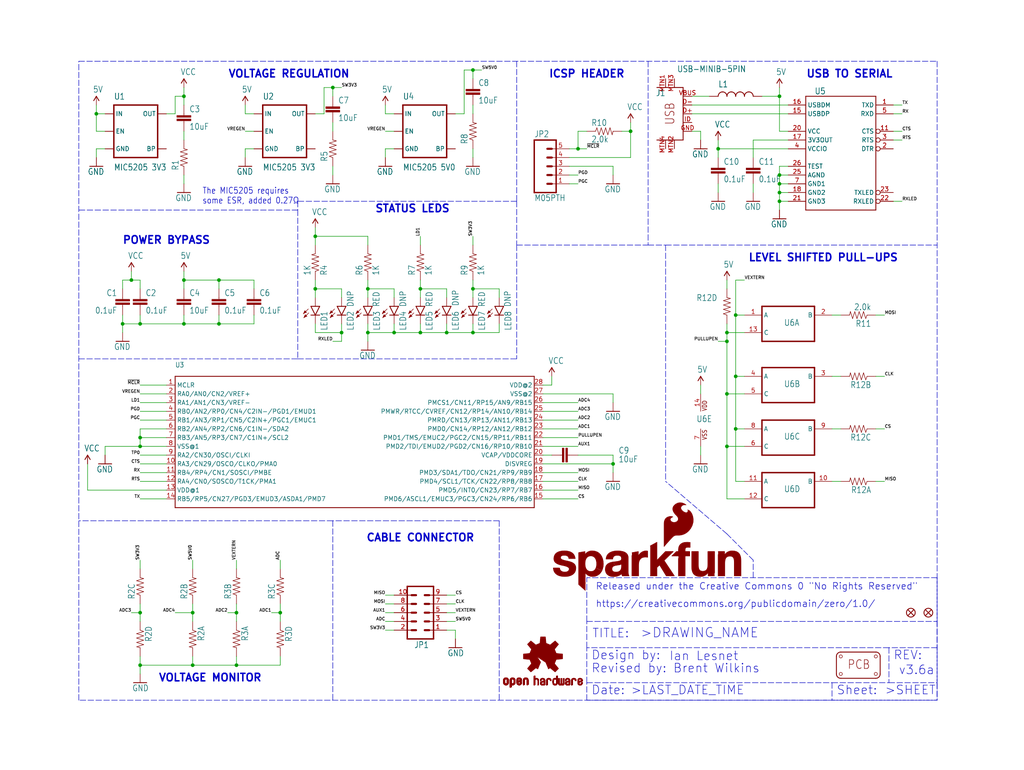
<source format=kicad_sch>
(kicad_sch (version 20211123) (generator eeschema)
  (paper "User" 297.002 223.52)
  (lib_symbols
    (symbol "eagleSchem-eagle-import:0.1UF-25V(+80{slash}-20%)(0603)"
      (property "Reference" "C" (at 1.524 2.921 0))
      (property "Value" "0.1UF-25V(+80{slash}-20%)(0603)" (at 1.524 -2.159 0))
      (symbol "0.1UF-25V(+80{slash}-20%)(0603)_1_0"
        (pin passive line (at 0 5.08 270) (length 2.54) (name "1") (number "1"))
        (pin passive line (at 0 -2.54 90) (length 2.54) (name "2") (number "2"))
      )
    )
    (symbol "eagleSchem-eagle-import:0OHM-1{slash}10W-5%(0603)"
      (property "Reference" "R" (at -3.81 1.4986 0))
      (property "Value" "0OHM-1{slash}10W-5%(0603)" (at -3.81 -3.302 0))
      (symbol "0OHM-1{slash}10W-5%(0603)_1_0"
        (pin passive line (at -5.08 0 0) (length 2.54) (name "1") (number "1"))
        (pin passive line (at 5.08 0 180) (length 2.54) (name "2") (number "2"))
      )
    )
    (symbol "eagleSchem-eagle-import:10UF10V10%(0805)"
      (property "Reference" "C" (at 1.524 2.921 0))
      (property "Value" "10UF10V10%(0805)" (at 1.524 -2.159 0))
      (symbol "10UF10V10%(0805)_1_0"
        (pin passive line (at 0 5.08 270) (length 2.54) (name "1") (number "1"))
        (pin passive line (at 0 -2.54 90) (length 2.54) (name "2") (number "2"))
      )
    )
    (symbol "eagleSchem-eagle-import:1KOHM-1{slash}10W-1%(0603)"
      (property "Reference" "R" (at -3.81 1.4986 0))
      (property "Value" "1KOHM-1{slash}10W-1%(0603)" (at -3.81 -3.302 0))
      (symbol "1KOHM-1{slash}10W-1%(0603)_1_0"
        (pin passive line (at -5.08 0 0) (length 2.54) (name "1") (number "1"))
        (pin passive line (at 5.08 0 180) (length 2.54) (name "2") (number "2"))
      )
    )
    (symbol "eagleSchem-eagle-import:2.0KOHM1{slash}10W5%(0603)"
      (property "Reference" "R" (at -3.81 1.4986 0))
      (property "Value" "2.0KOHM1{slash}10W5%(0603)" (at -3.81 -3.302 0))
      (symbol "2.0KOHM1{slash}10W5%(0603)_1_0"
        (pin passive line (at -5.08 0 0) (length 2.54) (name "1") (number "1"))
        (pin passive line (at 5.08 0 180) (length 2.54) (name "2") (number "2"))
      )
    )
    (symbol "eagleSchem-eagle-import:4066"
      (property "Reference" "IC" (at -1.27 -0.635 0))
      (symbol "4066_1_0"
        (pin tri_state line (at -12.7 2.54 0) (length 5.08) (name "A") (number "1"))
        (pin input line (at -12.7 -2.54 0) (length 5.08) (name "C") (number "13"))
        (pin tri_state line (at 12.7 2.54 180) (length 5.08) (name "B") (number "2"))
      )
      (symbol "4066_2_0"
        (pin tri_state line (at 12.7 2.54 180) (length 5.08) (name "B") (number "3"))
        (pin tri_state line (at -12.7 2.54 0) (length 5.08) (name "A") (number "4"))
        (pin input line (at -12.7 -2.54 0) (length 5.08) (name "C") (number "5"))
      )
      (symbol "4066_3_0"
        (pin input line (at -12.7 -2.54 0) (length 5.08) (name "C") (number "6"))
        (pin tri_state line (at -12.7 2.54 0) (length 5.08) (name "A") (number "8"))
        (pin tri_state line (at 12.7 2.54 180) (length 5.08) (name "B") (number "9"))
      )
      (symbol "4066_4_0"
        (pin tri_state line (at 12.7 2.54 180) (length 5.08) (name "B") (number "10"))
        (pin tri_state line (at -12.7 2.54 0) (length 5.08) (name "A") (number "11"))
        (pin input line (at -12.7 -2.54 0) (length 5.08) (name "C") (number "12"))
      )
      (symbol "4066_5_0"
        (text "VDD" (at 1.905 2.54 900) (effects (font (size 1.27 1.0795)) (justify left bottom)))
        (text "VSS" (at 1.905 -5.842 900) (effects (font (size 1.27 1.0795)) (justify left bottom)))
        (pin power_in line (at 0 7.62 270) (length 5.08) (name "VDD") (number "14"))
        (pin power_in line (at 0 -7.62 90) (length 5.08) (name "VSS") (number "7"))
      )
    )
    (symbol "eagleSchem-eagle-import:5V" (power)
      (property "Value" "5V" (at -1.016 3.556 0))
      (symbol "5V_1_0"
        (pin power_in line (at 0 0 90) (length 2.54) (name "5V") (number "1"))
      )
    )
    (symbol "eagleSchem-eagle-import:CAY16-F4"
      (property "Reference" "R" (at -3.81 1.4986 0))
      (property "Value" "CAY16-F4" (at -3.81 -3.302 0))
      (symbol "CAY16-F4_1_0"
        (pin passive line (at -5.08 0 0) (length 2.54) (name "1") (number "2"))
        (pin passive line (at 5.08 0 180) (length 2.54) (name "2") (number "7"))
      )
      (symbol "CAY16-F4_2_0"
        (pin passive line (at -5.08 0 0) (length 2.54) (name "1") (number "1"))
        (pin passive line (at 5.08 0 180) (length 2.54) (name "2") (number "8"))
      )
      (symbol "CAY16-F4_3_0"
        (pin passive line (at -5.08 0 0) (length 2.54) (name "1") (number "3"))
        (pin passive line (at 5.08 0 180) (length 2.54) (name "2") (number "6"))
      )
      (symbol "CAY16-F4_4_0"
        (pin passive line (at -5.08 0 0) (length 2.54) (name "1") (number "4"))
        (pin passive line (at 5.08 0 180) (length 2.54) (name "2") (number "5"))
      )
    )
    (symbol "eagleSchem-eagle-import:FIDUCIAL1X2")
    (symbol "eagleSchem-eagle-import:FT232RL-BASICSSOP"
      (property "Reference" "U" (at -7.62 15.748 0))
      (property "Value" "FT232RL-BASICSSOP" (at -7.62 -20.32 0))
      (symbol "FT232RL-BASICSSOP_1_0"
        (pin output line (at 15.24 12.7 180) (length 5.08) (name "TXD") (number "1"))
        (pin bidirectional inverted (at 15.24 5.08 180) (length 5.08) (name "CTS") (number "11"))
        (pin bidirectional line (at -15.24 10.16 0) (length 5.08) (name "USBDP") (number "15"))
        (pin bidirectional line (at -15.24 12.7 0) (length 5.08) (name "USBDM") (number "16"))
        (pin output line (at -15.24 2.54 0) (length 5.08) (name "3V3OUT") (number "17"))
        (pin power_in line (at -15.24 -12.7 0) (length 5.08) (name "GND2") (number "18"))
        (pin bidirectional inverted (at 15.24 0 180) (length 5.08) (name "DTR") (number "2"))
        (pin power_in line (at -15.24 5.08 0) (length 5.08) (name "VCC") (number "20"))
        (pin power_in line (at -15.24 -15.24 0) (length 5.08) (name "GND3") (number "21"))
        (pin bidirectional inverted (at 15.24 -15.24 180) (length 5.08) (name "RXLED") (number "22"))
        (pin bidirectional inverted (at 15.24 -12.7 180) (length 5.08) (name "TXLED") (number "23"))
        (pin power_in line (at -15.24 -7.62 0) (length 5.08) (name "AGND") (number "25"))
        (pin input line (at -15.24 -5.08 0) (length 5.08) (name "TEST") (number "26"))
        (pin bidirectional inverted (at 15.24 2.54 180) (length 5.08) (name "RTS") (number "3"))
        (pin power_in line (at -15.24 0 0) (length 5.08) (name "VCCIO") (number "4"))
        (pin input line (at 15.24 10.16 180) (length 5.08) (name "RXD") (number "5"))
        (pin power_in line (at -15.24 -10.16 0) (length 5.08) (name "GND1") (number "7"))
      )
    )
    (symbol "eagleSchem-eagle-import:GND" (power)
      (property "Value" "GND" (at -2.54 -2.54 0))
      (symbol "GND_1_0"
        (pin power_in line (at 0 2.54 270) (length 2.54) (name "GND") (number "1"))
      )
    )
    (symbol "eagleSchem-eagle-import:INDUCTOR0603"
      (property "Reference" "L" (at 2.54 5.08 0))
      (property "Value" "INDUCTOR0603" (at 2.54 -5.08 0))
      (symbol "INDUCTOR0603_1_0"
        (pin passive line (at 0 7.62 270) (length 2.54) (name "1") (number "1"))
        (pin passive line (at 0 -7.62 90) (length 2.54) (name "2") (number "2"))
      )
    )
    (symbol "eagleSchem-eagle-import:LED-RED0603"
      (property "Reference" "D" (at 3.556 -4.572 90))
      (property "Value" "LED-RED0603" (at 5.715 -4.572 90))
      (symbol "LED-RED0603_1_0"
        (pin passive line (at 0 2.54 270) (length 2.54) (name "A") (number "A"))
        (pin passive line (at 0 -5.08 90) (length 2.54) (name "C") (number "C"))
      )
    )
    (symbol "eagleSchem-eagle-import:M05PTH"
      (property "Reference" "JP" (at -2.54 8.382 0))
      (property "Value" "M05PTH" (at -2.54 -10.16 0))
      (symbol "M05PTH_1_0"
        (pin passive line (at 7.62 -5.08 180) (length 5.08) (name "1") (number "1"))
        (pin passive line (at 7.62 -2.54 180) (length 5.08) (name "2") (number "2"))
        (pin passive line (at 7.62 0 180) (length 5.08) (name "3") (number "3"))
        (pin passive line (at 7.62 2.54 180) (length 5.08) (name "4") (number "4"))
        (pin passive line (at 7.62 5.08 180) (length 5.08) (name "5") (number "5"))
      )
    )
    (symbol "eagleSchem-eagle-import:M05X2SHD_SMD"
      (property "Reference" "JP" (at -2.54 8.382 0))
      (property "Value" "M05X2SHD_SMD" (at -2.54 -10.16 0))
      (symbol "M05X2SHD_SMD_1_0"
        (pin passive line (at -7.62 5.08 0) (length 5.08) (name "1") (number "1"))
        (pin passive line (at 7.62 -5.08 180) (length 5.08) (name "10") (number "10"))
        (pin passive line (at 7.62 5.08 180) (length 5.08) (name "2") (number "2"))
        (pin passive line (at -7.62 2.54 0) (length 5.08) (name "3") (number "3"))
        (pin passive line (at 7.62 2.54 180) (length 5.08) (name "4") (number "4"))
        (pin passive line (at -7.62 0 0) (length 5.08) (name "5") (number "5"))
        (pin passive line (at 7.62 0 180) (length 5.08) (name "6") (number "6"))
        (pin passive line (at -7.62 -2.54 0) (length 5.08) (name "7") (number "7"))
        (pin passive line (at 7.62 -2.54 180) (length 5.08) (name "8") (number "8"))
        (pin passive line (at -7.62 -5.08 0) (length 5.08) (name "9") (number "9"))
      )
    )
    (symbol "eagleSchem-eagle-import:MIC52053.3V"
      (property "Reference" "U" (at -7.62 9.144 0))
      (property "Value" "MIC52053.3V" (at -7.62 -11.43 0))
      (symbol "MIC52053.3V_1_0"
        (pin input line (at -10.16 5.08 0) (length 2.54) (name "IN") (number "1"))
        (pin input line (at -10.16 -5.08 0) (length 2.54) (name "GND") (number "2"))
        (pin input line (at -10.16 0 0) (length 2.54) (name "EN") (number "3"))
        (pin input line (at 7.62 -5.08 180) (length 2.54) (name "BP") (number "4"))
        (pin passive line (at 7.62 5.08 180) (length 2.54) (name "OUT") (number "5"))
      )
    )
    (symbol "eagleSchem-eagle-import:MIC52055V"
      (property "Reference" "U" (at -7.62 9.144 0))
      (property "Value" "MIC52055V" (at -7.62 -11.43 0))
      (symbol "MIC52055V_1_0"
        (pin input line (at -10.16 5.08 0) (length 2.54) (name "IN") (number "1"))
        (pin input line (at -10.16 -5.08 0) (length 2.54) (name "GND") (number "2"))
        (pin input line (at -10.16 0 0) (length 2.54) (name "EN") (number "3"))
        (pin input line (at 7.62 -5.08 180) (length 2.54) (name "BP") (number "4"))
        (pin passive line (at 7.62 5.08 180) (length 2.54) (name "OUT") (number "5"))
      )
    )
    (symbol "eagleSchem-eagle-import:OSHW-LOGOL")
    (symbol "eagleSchem-eagle-import:PCB_DP_RECTANGLE-37X60"
      (symbol "PCB_DP_RECTANGLE-37X60_1_0"
        (text "PCB" (at -3.175 -1.27 0) (effects (font (size 2.54 2.159)) (justify left bottom)))
      )
    )
    (symbol "eagleSchem-eagle-import:PIC24FJ64GA002"
      (property "Reference" "U" (at -50.8 20.32 0))
      (property "Value" "PIC24FJ64GA002" (at -50.8 -22.86 0))
      (symbol "PIC24FJ64GA002_1_0"
        (pin input line (at -53.34 15.24 0) (length 2.54) (name "MCLR") (number "1"))
        (pin bidirectional line (at -53.34 -7.62 0) (length 2.54) (name "RA3/CN29/OSCO/CLKO/PMA0") (number "10"))
        (pin bidirectional line (at -53.34 -10.16 0) (length 2.54) (name "RB4/RP4/CN1/SOSCI/PMBE") (number "11"))
        (pin bidirectional line (at -53.34 -12.7 0) (length 2.54) (name "RA4/CN0/SOSCO/T1CK/PMA1") (number "12"))
        (pin power_in line (at -53.34 -15.24 0) (length 2.54) (name "VDD@1") (number "13"))
        (pin bidirectional line (at -53.34 -17.78 0) (length 2.54) (name "RB5/RP5/CN27/PGD3/EMUD3/ASDA1/PMD7") (number "14"))
        (pin bidirectional line (at 55.88 -17.78 180) (length 2.54) (name "PMD6/ASCL1/EMUC3/PGC3/CN24/RP6/RB6") (number "15"))
        (pin bidirectional line (at 55.88 -15.24 180) (length 2.54) (name "PMD5/INT0/CN23/RP7/RB7") (number "16"))
        (pin bidirectional line (at 55.88 -12.7 180) (length 2.54) (name "PMD4/SCL1/TCK/CN22/RP8/RB8") (number "17"))
        (pin bidirectional line (at 55.88 -10.16 180) (length 2.54) (name "PMD3/SDA1/TDO/CN21/RP9/RB9") (number "18"))
        (pin power_in line (at 55.88 -7.62 180) (length 2.54) (name "DISVREG") (number "19"))
        (pin bidirectional line (at -53.34 12.7 0) (length 2.54) (name "RA0/AN0/CN2/VREF+") (number "2"))
        (pin power_in line (at 55.88 -5.08 180) (length 2.54) (name "VCAP/VDDCORE") (number "20"))
        (pin bidirectional line (at 55.88 -2.54 180) (length 2.54) (name "PMD2/TDI/EMUD2/PGD2/CN16/RP10/RB10") (number "21"))
        (pin bidirectional line (at 55.88 0 180) (length 2.54) (name "PMD1/TMS/EMUC2/PGC2/CN15/RP11/RB11") (number "22"))
        (pin bidirectional line (at 55.88 2.54 180) (length 2.54) (name "PMD0/CN14/RP12/AN12/RB12") (number "23"))
        (pin bidirectional line (at 55.88 5.08 180) (length 2.54) (name "PMRD/CN13/RP13/AN11/RB13") (number "24"))
        (pin bidirectional line (at 55.88 7.62 180) (length 2.54) (name "PMWR/RTCC/CVREF/CN12/RP14/AN10/RB14") (number "25"))
        (pin bidirectional line (at 55.88 10.16 180) (length 2.54) (name "PMCS1/CN11/RP15/AN9/RB15") (number "26"))
        (pin power_in line (at 55.88 12.7 180) (length 2.54) (name "VSS@2") (number "27"))
        (pin power_in line (at 55.88 15.24 180) (length 2.54) (name "VDD@2") (number "28"))
        (pin bidirectional line (at -53.34 10.16 0) (length 2.54) (name "RA1/AN1/CN3/VREF-") (number "3"))
        (pin bidirectional line (at -53.34 7.62 0) (length 2.54) (name "RB0/AN2/RP0/CN4/C2IN-/PGD1/EMUD1") (number "4"))
        (pin bidirectional line (at -53.34 5.08 0) (length 2.54) (name "RB1/AN3/RP1/CN5/C2IN+/PGC1/EMUC1") (number "5"))
        (pin bidirectional line (at -53.34 2.54 0) (length 2.54) (name "RB2/AN4/RP2/CN6/C1IN-/SDA2") (number "6"))
        (pin bidirectional line (at -53.34 0 0) (length 2.54) (name "RB3/AN5/RP3/CN7/C1IN+/SCL2") (number "7"))
        (pin power_in line (at -53.34 -2.54 0) (length 2.54) (name "VSS@1") (number "8"))
        (pin bidirectional line (at -53.34 -5.08 0) (length 2.54) (name "RA2/CN30/OSCI/CLKI") (number "9"))
      )
    )
    (symbol "eagleSchem-eagle-import:SFE_LOGO_NAME_FLAME.1_INCH")
    (symbol "eagleSchem-eagle-import:USB-MINIB-5PIN"
      (property "Reference" "J" (at 7.62 10.16 0))
      (property "Value" "USB-MINIB-5PIN" (at 7.62 0 0))
      (symbol "USB-MINIB-5PIN_1_0"
        (text "USB" (at 5.334 1.778 900) (effects (font (size 2.54 2.159)) (justify left bottom)))
        (pin bidirectional line (at -2.54 5.08 0) (length 2.54) (name "D+") (number "D+"))
        (pin bidirectional line (at -2.54 7.62 0) (length 2.54) (name "D-") (number "D-"))
        (pin bidirectional line (at -2.54 0 0) (length 2.54) (name "GND") (number "GND"))
        (pin bidirectional line (at -2.54 2.54 0) (length 2.54) (name "ID") (number "ID"))
        (pin bidirectional line (at 5.08 15.24 270) (length 2.54) (name "MTN2") (number "MTN1"))
        (pin bidirectional line (at 2.54 -5.08 90) (length 2.54) (name "MTN3") (number "MTN2"))
        (pin bidirectional line (at 2.54 15.24 270) (length 2.54) (name "MTN1") (number "MTN3"))
        (pin bidirectional line (at 5.08 -5.08 90) (length 2.54) (name "MTN4") (number "MTN4"))
        (pin bidirectional line (at -2.54 10.16 0) (length 2.54) (name "VBUS") (number "VBUS"))
      )
    )
    (symbol "eagleSchem-eagle-import:VCC" (power)
      (property "Value" "VCC" (at -1.016 3.556 0))
      (symbol "VCC_1_0"
        (pin power_in line (at 0 0 90) (length 2.54) (name "VCC") (number "1"))
      )
    )
  )
  (junction (at 55.88 193.04))
  (junction (at 91.44 83.82))
  (junction (at 177.8 134.62))
  (junction (at 121.92 96.52))
  (junction (at 114.3 96.52))
  (junction (at 35.56 93.98))
  (junction (at 121.92 83.82))
  (junction (at 106.68 96.52))
  (junction (at 129.54 96.52))
  (junction (at 40.64 93.98))
  (junction (at 182.88 38.1))
  (junction (at 210.82 114.3))
  (junction (at 27.94 33.02))
  (junction (at 213.36 124.46))
  (junction (at 213.36 91.44))
  (junction (at 81.28 177.8))
  (junction (at 106.68 83.82))
  (junction (at 226.06 27.94))
  (junction (at 226.06 53.34))
  (junction (at 213.36 109.22))
  (junction (at 226.06 55.88))
  (junction (at 99.06 96.52))
  (junction (at 53.34 27.94))
  (junction (at 210.82 99.06))
  (junction (at 226.06 58.42))
  (junction (at 210.82 96.52))
  (junction (at 210.82 129.54))
  (junction (at 53.34 93.98))
  (junction (at 40.64 177.8))
  (junction (at 208.28 43.18))
  (junction (at 40.64 129.54))
  (junction (at 137.16 96.52))
  (junction (at 40.64 127))
  (junction (at 38.1 81.28))
  (junction (at 40.64 193.04))
  (junction (at 91.44 68.58))
  (junction (at 63.5 93.98))
  (junction (at 167.64 43.18))
  (junction (at 68.58 193.04))
  (junction (at 68.58 177.8))
  (junction (at 63.5 81.28))
  (junction (at 53.34 81.28))
  (junction (at 137.16 83.82))
  (junction (at 55.88 177.8))
  (junction (at 137.16 20.32))
  (junction (at 226.06 50.8))
  (junction (at 96.52 25.4))
  (polyline (pts (xy 271.78 167.64) (xy 271.78 180.34)))
  (wire (pts (xy 91.44 96.52) (xy 99.06 96.52)))
  (wire (pts (xy 91.44 83.82) (xy 91.44 86.36)))
  (wire (pts (xy 35.56 83.82) (xy 35.56 81.28)))
  (wire (pts (xy 170.18 43.18) (xy 167.64 43.18)))
  (wire (pts (xy 170.18 38.1) (xy 167.64 38.1)))
  (wire (pts (xy 30.48 129.54) (xy 30.48 132.08)))
  (wire (pts (xy 68.58 193.04) (xy 81.28 193.04)))
  (wire (pts (xy 182.88 38.1) (xy 182.88 45.72)))
  (wire (pts (xy 99.06 99.06) (xy 96.52 99.06)))
  (wire (pts (xy 114.3 86.36) (xy 114.3 83.82)))
  (wire (pts (xy 144.78 83.82) (xy 144.78 86.36)))
  (wire (pts (xy 106.68 96.52) (xy 114.3 96.52)))
  (wire (pts (xy 218.44 40.64) (xy 218.44 45.72)))
  (wire (pts (xy 177.8 134.62) (xy 157.48 134.62)))
  (polyline (pts (xy 241.3 198.12) (xy 241.3 203.2)))
  (wire (pts (xy 48.26 111.76) (xy 40.64 111.76)))
  (wire (pts (xy 226.06 53.34) (xy 226.06 55.88)))
  (wire (pts (xy 210.82 99.06) (xy 210.82 114.3)))
  (wire (pts (xy 81.28 177.8) (xy 78.74 177.8)))
  (polyline (pts (xy 86.36 60.96) (xy 86.36 104.14)))
  (wire (pts (xy 121.92 86.36) (xy 121.92 83.82)))
  (polyline (pts (xy 144.78 151.13) (xy 96.52 151.13)))
  (polyline (pts (xy 210.82 154.94) (xy 193.04 139.7)))
  (polyline (pts (xy 144.78 151.13) (xy 144.78 203.2)))
  (wire (pts (xy 132.08 172.72) (xy 129.54 172.72)))
  (polyline (pts (xy 170.18 203.2) (xy 170.18 198.12)))
  (wire (pts (xy 210.82 99.06) (xy 208.28 99.06)))
  (polyline (pts (xy 170.18 187.96) (xy 170.18 180.34)))
  (wire (pts (xy 218.44 40.64) (xy 228.6 40.64)))
  (wire (pts (xy 53.34 40.64) (xy 53.34 38.1)))
  (wire (pts (xy 63.5 93.98) (xy 73.66 93.98)))
  (wire (pts (xy 40.64 93.98) (xy 40.64 91.44)))
  (wire (pts (xy 137.16 20.32) (xy 139.7 20.32)))
  (wire (pts (xy 63.5 93.98) (xy 63.5 91.44)))
  (wire (pts (xy 53.34 81.28) (xy 63.5 81.28)))
  (polyline (pts (xy 149.86 71.12) (xy 149.86 104.14)))
  (polyline (pts (xy 187.96 17.78) (xy 187.96 71.12)))
  (wire (pts (xy 210.82 114.3) (xy 215.9 114.3)))
  (wire (pts (xy 210.82 96.52) (xy 210.82 99.06)))
  (wire (pts (xy 259.08 30.48) (xy 261.62 30.48)))
  (wire (pts (xy 96.52 50.8) (xy 96.52 48.26)))
  (wire (pts (xy 129.54 83.82) (xy 121.92 83.82)))
  (wire (pts (xy 40.64 127) (xy 40.64 129.54)))
  (wire (pts (xy 129.54 83.82) (xy 129.54 86.36)))
  (wire (pts (xy 40.64 124.46) (xy 40.64 127)))
  (wire (pts (xy 203.2 111.76) (xy 203.2 114.3)))
  (polyline (pts (xy 86.36 104.14) (xy 149.86 104.14)))
  (polyline (pts (xy 22.86 203.2) (xy 22.86 17.78)))
  (polyline (pts (xy 86.36 58.42) (xy 86.36 60.96)))
  (wire (pts (xy 157.48 144.78) (xy 167.64 144.78)))
  (wire (pts (xy 132.08 182.88) (xy 129.54 182.88)))
  (wire (pts (xy 48.26 127) (xy 40.64 127)))
  (wire (pts (xy 81.28 177.8) (xy 81.28 180.34)))
  (wire (pts (xy 210.82 81.28) (xy 210.82 83.82)))
  (wire (pts (xy 215.9 91.44) (xy 213.36 91.44)))
  (wire (pts (xy 243.84 124.46) (xy 241.3 124.46)))
  (wire (pts (xy 93.98 25.4) (xy 96.52 25.4)))
  (wire (pts (xy 254 139.7) (xy 256.54 139.7)))
  (polyline (pts (xy 86.36 60.96) (xy 22.86 60.96)))
  (polyline (pts (xy 149.86 17.78) (xy 149.86 58.42)))
  (wire (pts (xy 55.88 177.8) (xy 55.88 180.34)))
  (wire (pts (xy 165.1 53.34) (xy 167.64 53.34)))
  (wire (pts (xy 213.36 81.28) (xy 215.9 81.28)))
  (wire (pts (xy 157.48 127) (xy 167.64 127)))
  (wire (pts (xy 27.94 33.02) (xy 30.48 33.02)))
  (polyline (pts (xy 193.04 71.12) (xy 271.78 71.12)))
  (wire (pts (xy 157.48 137.16) (xy 167.64 137.16)))
  (wire (pts (xy 114.3 180.34) (xy 111.76 180.34)))
  (polyline (pts (xy 241.3 203.2) (xy 271.78 203.2)))
  (polyline (pts (xy 170.18 180.34) (xy 170.18 167.64)))
  (wire (pts (xy 55.88 165.1) (xy 55.88 162.56)))
  (wire (pts (xy 177.8 114.3) (xy 157.48 114.3)))
  (wire (pts (xy 106.68 96.52) (xy 106.68 93.98)))
  (wire (pts (xy 243.84 139.7) (xy 241.3 139.7)))
  (wire (pts (xy 91.44 81.28) (xy 91.44 83.82)))
  (wire (pts (xy 200.66 30.48) (xy 228.6 30.48)))
  (wire (pts (xy 40.64 175.26) (xy 40.64 177.8)))
  (polyline (pts (xy 170.18 198.12) (xy 241.3 198.12)))
  (wire (pts (xy 213.36 109.22) (xy 213.36 124.46)))
  (wire (pts (xy 213.36 91.44) (xy 213.36 81.28)))
  (wire (pts (xy 27.94 38.1) (xy 30.48 38.1)))
  (wire (pts (xy 68.58 165.1) (xy 68.58 162.56)))
  (wire (pts (xy 180.34 38.1) (xy 182.88 38.1)))
  (wire (pts (xy 167.64 43.18) (xy 165.1 43.18)))
  (wire (pts (xy 114.3 175.26) (xy 111.76 175.26)))
  (wire (pts (xy 81.28 165.1) (xy 81.28 162.56)))
  (wire (pts (xy 71.12 43.18) (xy 73.66 43.18)))
  (wire (pts (xy 259.08 33.02) (xy 261.62 33.02)))
  (wire (pts (xy 48.26 119.38) (xy 40.64 119.38)))
  (polyline (pts (xy 170.18 180.34) (xy 271.78 180.34)))
  (wire (pts (xy 91.44 66.04) (xy 91.44 68.58)))
  (polyline (pts (xy 193.04 71.12) (xy 193.04 139.7)))
  (wire (pts (xy 50.8 33.02) (xy 50.8 27.94)))
  (wire (pts (xy 40.64 193.04) (xy 55.88 193.04)))
  (wire (pts (xy 91.44 68.58) (xy 106.68 68.58)))
  (wire (pts (xy 55.88 193.04) (xy 68.58 193.04)))
  (wire (pts (xy 210.82 93.98) (xy 210.82 96.52)))
  (wire (pts (xy 134.62 20.32) (xy 137.16 20.32)))
  (wire (pts (xy 228.6 48.26) (xy 226.06 48.26)))
  (wire (pts (xy 243.84 109.22) (xy 241.3 109.22)))
  (wire (pts (xy 226.06 55.88) (xy 226.06 58.42)))
  (wire (pts (xy 182.88 35.56) (xy 182.88 38.1)))
  (wire (pts (xy 38.1 81.28) (xy 40.64 81.28)))
  (wire (pts (xy 157.48 116.84) (xy 167.64 116.84)))
  (wire (pts (xy 73.66 93.98) (xy 73.66 91.44)))
  (wire (pts (xy 48.26 139.7) (xy 40.64 139.7)))
  (wire (pts (xy 50.8 27.94) (xy 53.34 27.94)))
  (wire (pts (xy 40.64 177.8) (xy 38.1 177.8)))
  (wire (pts (xy 121.92 71.12) (xy 121.92 68.58)))
  (wire (pts (xy 96.52 27.94) (xy 96.52 25.4)))
  (wire (pts (xy 91.44 83.82) (xy 99.06 83.82)))
  (wire (pts (xy 157.48 124.46) (xy 167.64 124.46)))
  (wire (pts (xy 68.58 175.26) (xy 68.58 177.8)))
  (wire (pts (xy 106.68 99.06) (xy 106.68 96.52)))
  (wire (pts (xy 48.26 121.92) (xy 40.64 121.92)))
  (wire (pts (xy 73.66 81.28) (xy 73.66 83.82)))
  (wire (pts (xy 73.66 38.1) (xy 71.12 38.1)))
  (wire (pts (xy 254 124.46) (xy 256.54 124.46)))
  (wire (pts (xy 68.58 177.8) (xy 68.58 180.34)))
  (polyline (pts (xy 210.82 154.94) (xy 218.44 162.56)))
  (wire (pts (xy 243.84 91.44) (xy 241.3 91.44)))
  (wire (pts (xy 111.76 33.02) (xy 114.3 33.02)))
  (wire (pts (xy 134.62 33.02) (xy 134.62 20.32)))
  (wire (pts (xy 121.92 96.52) (xy 114.3 96.52)))
  (wire (pts (xy 55.88 175.26) (xy 55.88 177.8)))
  (wire (pts (xy 27.94 33.02) (xy 27.94 38.1)))
  (wire (pts (xy 215.9 109.22) (xy 213.36 109.22)))
  (wire (pts (xy 99.06 83.82) (xy 99.06 86.36)))
  (wire (pts (xy 48.26 132.08) (xy 40.64 132.08)))
  (wire (pts (xy 53.34 53.34) (xy 53.34 50.8)))
  (wire (pts (xy 35.56 81.28) (xy 38.1 81.28)))
  (wire (pts (xy 48.26 144.78) (xy 40.64 144.78)))
  (wire (pts (xy 111.76 43.18) (xy 114.3 43.18)))
  (wire (pts (xy 157.48 142.24) (xy 167.64 142.24)))
  (wire (pts (xy 25.4 142.24) (xy 48.26 142.24)))
  (wire (pts (xy 259.08 58.42) (xy 261.62 58.42)))
  (wire (pts (xy 99.06 96.52) (xy 99.06 99.06)))
  (wire (pts (xy 137.16 30.48) (xy 137.16 33.02)))
  (wire (pts (xy 48.26 129.54) (xy 40.64 129.54)))
  (polyline (pts (xy 96.52 151.13) (xy 22.86 151.13)))
  (polyline (pts (xy 271.78 198.12) (xy 271.78 203.2)))
  (wire (pts (xy 40.64 81.28) (xy 40.64 83.82)))
  (wire (pts (xy 215.9 139.7) (xy 213.36 139.7)))
  (wire (pts (xy 91.44 33.02) (xy 93.98 33.02)))
  (wire (pts (xy 218.44 55.88) (xy 218.44 53.34)))
  (wire (pts (xy 132.08 177.8) (xy 129.54 177.8)))
  (wire (pts (xy 25.4 134.62) (xy 25.4 142.24)))
  (polyline (pts (xy 257.81 187.96) (xy 170.18 187.96)))
  (wire (pts (xy 40.64 193.04) (xy 40.64 190.5)))
  (polyline (pts (xy 96.52 151.13) (xy 96.52 203.2)))
  (wire (pts (xy 114.3 172.72) (xy 111.76 172.72)))
  (wire (pts (xy 81.28 175.26) (xy 81.28 177.8)))
  (wire (pts (xy 99.06 25.4) (xy 96.52 25.4)))
  (wire (pts (xy 226.06 50.8) (xy 226.06 53.34)))
  (wire (pts (xy 121.92 93.98) (xy 121.92 96.52)))
  (wire (pts (xy 40.64 129.54) (xy 30.48 129.54)))
  (polyline (pts (xy 170.18 198.12) (xy 170.18 187.96)))
  (wire (pts (xy 48.26 114.3) (xy 40.64 114.3)))
  (wire (pts (xy 132.08 175.26) (xy 129.54 175.26)))
  (wire (pts (xy 111.76 45.72) (xy 111.76 43.18)))
  (wire (pts (xy 129.54 96.52) (xy 129.54 93.98)))
  (wire (pts (xy 137.16 43.18) (xy 137.16 45.72)))
  (wire (pts (xy 259.08 40.64) (xy 261.62 40.64)))
  (wire (pts (xy 213.36 124.46) (xy 215.9 124.46)))
  (wire (pts (xy 106.68 68.58) (xy 106.68 71.12)))
  (polyline (pts (xy 241.3 198.12) (xy 257.81 198.12)))
  (polyline (pts (xy 22.86 17.78) (xy 271.78 17.78)))
  (wire (pts (xy 228.6 58.42) (xy 226.06 58.42)))
  (wire (pts (xy 91.44 93.98) (xy 91.44 96.52)))
  (wire (pts (xy 48.26 134.62) (xy 40.64 134.62)))
  (wire (pts (xy 111.76 30.48) (xy 111.76 33.02)))
  (wire (pts (xy 48.26 116.84) (xy 40.64 116.84)))
  (wire (pts (xy 157.48 129.54) (xy 167.64 129.54)))
  (polyline (pts (xy 257.81 198.12) (xy 271.78 198.12)))
  (wire (pts (xy 99.06 96.52) (xy 99.06 93.98)))
  (polyline (pts (xy 187.96 71.12) (xy 193.04 71.12)))
  (polyline (pts (xy 149.86 58.42) (xy 149.86 71.12)))
  (wire (pts (xy 53.34 83.82) (xy 53.34 81.28)))
  (wire (pts (xy 63.5 81.28) (xy 63.5 83.82)))
  (polyline (pts (xy 22.86 104.14) (xy 86.36 104.14)))
  (wire (pts (xy 177.8 50.8) (xy 177.8 48.26)))
  (wire (pts (xy 228.6 55.88) (xy 226.06 55.88)))
  (wire (pts (xy 68.58 193.04) (xy 68.58 190.5)))
  (wire (pts (xy 177.8 116.84) (xy 177.8 114.3)))
  (wire (pts (xy 132.08 180.34) (xy 129.54 180.34)))
  (wire (pts (xy 208.28 43.18) (xy 228.6 43.18)))
  (polyline (pts (xy 271.78 187.96) (xy 257.81 187.96)))
  (wire (pts (xy 53.34 27.94) (xy 53.34 30.48)))
  (wire (pts (xy 165.1 48.26) (xy 177.8 48.26)))
  (wire (pts (xy 55.88 193.04) (xy 55.88 190.5)))
  (wire (pts (xy 27.94 30.48) (xy 27.94 33.02)))
  (wire (pts (xy 93.98 33.02) (xy 93.98 25.4)))
  (wire (pts (xy 226.06 60.96) (xy 226.06 58.42)))
  (wire (pts (xy 27.94 43.18) (xy 30.48 43.18)))
  (wire (pts (xy 121.92 96.52) (xy 129.54 96.52)))
  (wire (pts (xy 254 91.44) (xy 256.54 91.44)))
  (wire (pts (xy 132.08 33.02) (xy 134.62 33.02)))
  (wire (pts (xy 182.88 45.72) (xy 165.1 45.72)))
  (wire (pts (xy 40.64 177.8) (xy 40.64 180.34)))
  (wire (pts (xy 55.88 177.8) (xy 50.8 177.8)))
  (polyline (pts (xy 149.86 71.12) (xy 187.96 71.12)))
  (polyline (pts (xy 271.78 17.78) (xy 271.78 203.2)))
  (wire (pts (xy 177.8 132.08) (xy 177.8 134.62)))
  (wire (pts (xy 208.28 40.64) (xy 208.28 43.18)))
  (wire (pts (xy 160.02 132.08) (xy 157.48 132.08)))
  (wire (pts (xy 114.3 93.98) (xy 114.3 96.52)))
  (wire (pts (xy 177.8 137.16) (xy 177.8 134.62)))
  (wire (pts (xy 121.92 83.82) (xy 121.92 81.28)))
  (wire (pts (xy 137.16 96.52) (xy 144.78 96.52)))
  (wire (pts (xy 63.5 81.28) (xy 73.66 81.28)))
  (wire (pts (xy 114.3 83.82) (xy 106.68 83.82)))
  (wire (pts (xy 226.06 48.26) (xy 226.06 50.8)))
  (wire (pts (xy 132.08 182.88) (xy 132.08 185.42)))
  (wire (pts (xy 157.48 121.92) (xy 167.64 121.92)))
  (wire (pts (xy 226.06 25.4) (xy 226.06 27.94)))
  (wire (pts (xy 254 109.22) (xy 256.54 109.22)))
  (wire (pts (xy 40.64 93.98) (xy 53.34 93.98)))
  (wire (pts (xy 35.56 93.98) (xy 35.56 96.52)))
  (wire (pts (xy 228.6 50.8) (xy 226.06 50.8)))
  (wire (pts (xy 114.3 182.88) (xy 111.76 182.88)))
  (polyline (pts (xy 218.44 167.64) (xy 218.44 162.56)))
  (wire (pts (xy 210.82 144.78) (xy 210.82 129.54)))
  (wire (pts (xy 165.1 50.8) (xy 167.64 50.8)))
  (wire (pts (xy 144.78 96.52) (xy 144.78 93.98)))
  (wire (pts (xy 228.6 53.34) (xy 226.06 53.34)))
  (wire (pts (xy 137.16 96.52) (xy 137.16 93.98)))
  (wire (pts (xy 48.26 137.16) (xy 40.64 137.16)))
  (wire (pts (xy 167.64 38.1) (xy 167.64 43.18)))
  (wire (pts (xy 160.02 111.76) (xy 157.48 111.76)))
  (wire (pts (xy 167.64 132.08) (xy 177.8 132.08)))
  (wire (pts (xy 35.56 93.98) (xy 40.64 93.98)))
  (wire (pts (xy 27.94 45.72) (xy 27.94 43.18)))
  (wire (pts (xy 208.28 53.34) (xy 208.28 55.88)))
  (wire (pts (xy 71.12 30.48) (xy 71.12 33.02)))
  (wire (pts (xy 53.34 93.98) (xy 53.34 91.44)))
  (polyline (pts (xy 271.78 180.34) (xy 271.78 187.96)))
  (wire (pts (xy 38.1 78.74) (xy 38.1 81.28)))
  (wire (pts (xy 106.68 83.82) (xy 106.68 86.36)))
  (wire (pts (xy 40.64 195.58) (xy 40.64 193.04)))
  (wire (pts (xy 215.9 144.78) (xy 210.82 144.78)))
  (wire (pts (xy 68.58 177.8) (xy 66.04 177.8)))
  (wire (pts (xy 137.16 83.82) (xy 137.16 81.28)))
  (wire (pts (xy 205.74 27.94) (xy 200.66 27.94)))
  (polyline (pts (xy 271.78 187.96) (xy 271.78 198.12)))
  (polyline (pts (xy 149.86 58.42) (xy 86.36 58.42)))
  (wire (pts (xy 35.56 91.44) (xy 35.56 93.98)))
  (wire (pts (xy 114.3 38.1) (xy 111.76 38.1)))
  (polyline (pts (xy 257.81 187.96) (xy 257.81 198.12)))
  (polyline (pts (xy 271.78 167.64) (xy 170.18 167.64)))
  (wire (pts (xy 53.34 93.98) (xy 63.5 93.98)))
  (wire (pts (xy 259.08 38.1) (xy 261.62 38.1)))
  (wire (pts (xy 203.2 38.1) (xy 203.2 40.64)))
  (wire (pts (xy 213.36 91.44) (xy 213.36 109.22)))
  (wire (pts (xy 137.16 83.82) (xy 144.78 83.82)))
  (wire (pts (xy 213.36 139.7) (xy 213.36 124.46)))
  (wire (pts (xy 71.12 33.02) (xy 73.66 33.02)))
  (wire (pts (xy 226.06 38.1) (xy 228.6 38.1)))
  (wire (pts (xy 160.02 109.22) (xy 160.02 111.76)))
  (wire (pts (xy 106.68 83.82) (xy 106.68 81.28)))
  (wire (pts (xy 215.9 96.52) (xy 210.82 96.52)))
  (wire (pts (xy 71.12 45.72) (xy 71.12 43.18)))
  (wire (pts (xy 81.28 193.04) (xy 81.28 190.5)))
  (wire (pts (xy 53.34 25.4) (xy 53.34 27.94)))
  (polyline (pts (xy 271.78 203.2) (xy 22.86 203.2)))
  (wire (pts (xy 200.66 33.02) (xy 228.6 33.02)))
  (wire (pts (xy 137.16 96.52) (xy 129.54 96.52)))
  (wire (pts (xy 137.16 20.32) (xy 137.16 22.86)))
  (wire (pts (xy 200.66 38.1) (xy 203.2 38.1)))
  (wire (pts (xy 137.16 86.36) (xy 137.16 83.82)))
  (wire (pts (xy 114.3 177.8) (xy 111.76 177.8)))
  (wire (pts (xy 157.48 119.38) (xy 167.64 119.38)))
  (wire (pts (xy 91.44 68.58) (xy 91.44 71.12)))
  (polyline (pts (xy 170.18 203.2) (xy 241.3 203.2)))
  (wire (pts (xy 48.26 124.46) (xy 40.64 124.46)))
  (wire (pts (xy 210.82 129.54) (xy 215.9 129.54)))
  (wire (pts (xy 203.2 132.08) (xy 203.2 129.54)))
  (wire (pts (xy 157.48 139.7) (xy 167.64 139.7)))
  (wire (pts (xy 208.28 45.72) (xy 208.28 43.18)))
  (wire (pts (xy 226.06 27.94) (xy 226.06 38.1)))
  (wire (pts (xy 53.34 78.74) (xy 53.34 81.28)))
  (wire (pts (xy 40.64 165.1) (xy 40.64 162.56)))
  (wire (pts (xy 220.98 27.94) (xy 226.06 27.94)))
  (wire (pts (xy 137.16 71.12) (xy 137.16 68.58)))
  (wire (pts (xy 48.26 33.02) (xy 50.8 33.02)))
  (wire (pts (xy 96.52 38.1) (xy 96.52 35.56)))
  (wire (pts (xy 210.82 114.3) (xy 210.82 129.54)))
  (text "STATUS LEDS" (at 119.634 61.976 180) (effects (font (size 2.1844 2.1844) (thickness 0.4369) bold) (justify bottom)))
  (text "Ian Lesnet" (at 194.056 192.024 180) (effects (font (size 2.54 2.54)) (justify left bottom)))
  (text "ICSP HEADER" (at 170.18 22.86 180) (effects (font (size 2.1844 2.1844) (thickness 0.4369) bold) (justify bottom)))
  (text ">LAST_DATE_TIME" (at 182.88 201.93 180) (effects (font (size 2.54 2.54)) (justify left bottom)))
  (text "USB TO SERIAL" (at 246.38 22.86 180) (effects (font (size 2.1844 2.1844) (thickness 0.4369) bold) (justify bottom)))
  (text "The MIC5205 requires\nsome ESR, added 0.27Ω" (at 58.674 59.436 180) (effects (font (size 1.778 1.5113)) (justify left bottom)))
  (text ">DRAWING_NAME" (at 185.674 185.42 180) (effects (font (size 2.7432 2.7432)) (justify left bottom)))
  (text "Released under the Creative Commons 0 \"No Rights Reserved\"" (at 172.72 171.45 0) (effects (font (size 1.9304 1.9304)) (justify left bottom)))
  (text "Design by:" (at 171.45 191.77 180) (effects (font (size 2.54 2.54)) (justify left bottom)))
  (text "v3.6a" (at 260.604 196.088 180) (effects (font (size 2.54 2.54)) (justify left bottom)))
  (text "REV:" (at 259.08 191.77 180) (effects (font (size 2.54 2.54)) (justify left bottom)))
  (text "VOLTAGE MONITOR" (at 60.96 198.12 180) (effects (font (size 2.1844 2.1844) (thickness 0.4369) bold) (justify bottom)))
  (text "https://creativecommons.org/publicdomain/zero/1.0/" (at 172.72 176.53 0) (effects (font (size 1.9304 1.9304)) (justify left bottom)))
  (text "VOLTAGE REGULATION" (at 83.82 22.86 180) (effects (font (size 2.1844 2.1844) (thickness 0.4369) bold) (justify bottom)))
  (text "Date:" (at 171.45 201.93 180) (effects (font (size 2.54 2.54)) (justify left bottom)))
  (text "Sheet:" (at 242.57 201.93 180) (effects (font (size 2.54 2.54)) (justify left bottom)))
  (text ">SHEET" (at 256.54 201.93 180) (effects (font (size 2.54 2.54)) (justify left bottom)))
  (text "LEVEL SHIFTED PULL-UPS" (at 238.76 76.2 180) (effects (font (size 2.1844 2.1844) (thickness 0.4369) bold) (justify bottom)))
  (text "CABLE CONNECTOR" (at 121.92 157.48 180) (effects (font (size 2.1844 2.1844) (thickness 0.4369) bold) (justify bottom)))
  (text "POWER BYPASS" (at 48.26 71.12 180) (effects (font (size 2.1844 2.1844) (thickness 0.4369) bold) (justify bottom)))
  (text "Revised by: Brent Wilkins" (at 171.45 195.58 180) (effects (font (size 2.54 2.54)) (justify left bottom)))
  (text "TITLE:" (at 171.704 185.42 180) (effects (font (size 2.54 2.54)) (justify left bottom)))
  (label "SW3V3" (at 40.64 162.56 90) (effects (font (size 0.889 0.889))))
  (label "LD1" (at 40.64 116.84 180) (effects (font (size 0.889 0.889))))
  (label "PGD" (at 40.64 119.38 180) (effects (font (size 0.889 0.889))))
  (label "TX" (at 261.62 30.48 0) (effects (font (size 0.889 0.889))))
  (label "AUX1" (at 111.76 177.8 180) (effects (font (size 0.889 0.889))))
  (label "SW5V0" (at 132.08 180.34 0) (effects (font (size 0.889 0.889))))
  (label "CTS" (at 40.64 134.62 180) (effects (font (size 0.889 0.889))))
  (label "MISO" (at 167.64 142.24 0) (effects (font (size 0.889 0.889))))
  (label "CS" (at 132.08 172.72 0) (effects (font (size 0.889 0.889))))
  (label "RTS" (at 261.62 40.64 0) (effects (font (size 0.889 0.889))))
  (label "AUX1" (at 167.64 129.54 0) (effects (font (size 0.889 0.889))))
  (label "ADC" (at 111.76 180.34 180) (effects (font (size 0.889 0.889))))
  (label "VEXTERN" (at 215.9 81.28 0) (effects (font (size 0.889 0.889))))
  (label "ADC4" (at 50.8 177.8 180) (effects (font (size 0.889 0.889))))
  (label "SW3V3" (at 111.76 182.88 180) (effects (font (size 0.889 0.889))))
  (label "~{MCLR}" (at 40.64 111.76 180) (effects (font (size 0.889 0.889))))
  (label "ADC3" (at 167.64 119.38 0) (effects (font (size 0.889 0.889))))
  (label "PULLUPEN" (at 167.64 127 0) (effects (font (size 0.889 0.889))))
  (label "PGC" (at 40.64 121.92 180) (effects (font (size 0.889 0.889))))
  (label "PGD" (at 167.64 50.8 0) (effects (font (size 0.889 0.889))))
  (label "RX" (at 261.62 33.02 0) (effects (font (size 0.889 0.889))))
  (label "ADC2" (at 66.04 177.8 180) (effects (font (size 0.889 0.889))))
  (label "VREGEN" (at 71.12 38.1 180) (effects (font (size 0.889 0.889))))
  (label "VREGEN" (at 111.76 38.1 180) (effects (font (size 0.889 0.889))))
  (label "CS" (at 256.54 124.46 0) (effects (font (size 0.889 0.889))))
  (label "ADC1" (at 78.74 177.8 180) (effects (font (size 0.889 0.889))))
  (label "RXLED" (at 261.62 58.42 0) (effects (font (size 0.889 0.889))))
  (label "SW5V0" (at 55.88 162.56 90) (effects (font (size 0.889 0.889))))
  (label "VEXTERN" (at 68.58 162.56 90) (effects (font (size 0.889 0.889))))
  (label "RX" (at 40.64 137.16 180) (effects (font (size 0.889 0.889))))
  (label "CTS" (at 261.62 38.1 0) (effects (font (size 0.889 0.889))))
  (label "CLK" (at 167.64 139.7 0) (effects (font (size 0.889 0.889))))
  (label "SW3V3" (at 137.16 68.58 90) (effects (font (size 0.889 0.889))))
  (label "SW5V0" (at 139.7 20.32 0) (effects (font (size 0.889 0.889))))
  (label "SW3V3" (at 99.06 25.4 0) (effects (font (size 0.889 0.889))))
  (label "TP0" (at 40.64 132.08 180) (effects (font (size 0.889 0.889))))
  (label "MOSI" (at 167.64 137.16 0) (effects (font (size 0.889 0.889))))
  (label "MISO" (at 111.76 172.72 180) (effects (font (size 0.889 0.889))))
  (label "ADC4" (at 167.64 116.84 0) (effects (font (size 0.889 0.889))))
  (label "VREGEN" (at 40.64 114.3 180) (effects (font (size 0.889 0.889))))
  (label "CS" (at 167.64 144.78 0) (effects (font (size 0.889 0.889))))
  (label "RTS" (at 40.64 139.7 180) (effects (font (size 0.889 0.889))))
  (label "RXLED" (at 96.52 99.06 180) (effects (font (size 0.889 0.889))))
  (label "PGC" (at 167.64 53.34 0) (effects (font (size 0.889 0.889))))
  (label "TX" (at 40.64 144.78 180) (effects (font (size 0.889 0.889))))
  (label "ADC1" (at 167.64 124.46 0) (effects (font (size 0.889 0.889))))
  (label "MOSI" (at 111.76 175.26 180) (effects (font (size 0.889 0.889))))
  (label "MISO" (at 256.54 139.7 0) (effects (font (size 0.889 0.889))))
  (label "ADC2" (at 167.64 121.92 0) (effects (font (size 0.889 0.889))))
  (label "ADC" (at 81.28 162.56 90) (effects (font (size 0.889 0.889))))
  (label "ADC3" (at 38.1 177.8 180) (effects (font (size 0.889 0.889))))
  (label "PULLUPEN" (at 208.28 99.06 180) (effects (font (size 0.889 0.889))))
  (label "VEXTERN" (at 132.08 177.8 0) (effects (font (size 0.889 0.889))))
  (label "MOSI" (at 256.54 91.44 0) (effects (font (size 0.889 0.889))))
  (label "LD1" (at 121.92 68.58 90) (effects (font (size 0.889 0.889))))
  (label "CLK" (at 256.54 109.22 0) (effects (font (size 0.889 0.889))))
  (label "~{MCLR}" (at 170.18 43.18 0) (effects (font (size 0.889 0.889))))
  (label "CLK" (at 132.08 175.26 0) (effects (font (size 0.889 0.889))))
  (symbol (lib_id "eagleSchem-eagle-import:GND") (at 203.2 134.62 0) (unit 1)
    (property "Reference" "#GND15" (effects hide))
    (property "Value" "GND" (at 200.66 137.16 0) (effects (font (size 1.778 1.5113)) (justify left bottom)))
    (property "Footprint" "eagleSchem:" (effects hide))
  )
  (symbol (lib_id "eagleSchem-eagle-import:VCC") (at 182.88 35.56 0) (unit 1)
    (property "Reference" "#SUPPLY10" (effects hide))
    (property "Value" "VCC" (at 181.864 32.004 0) (effects (font (size 1.778 1.5113)) (justify left bottom)))
    (property "Footprint" "eagleSchem:" (effects hide))
  )
  (symbol (lib_id "eagleSchem-eagle-import:5V") (at 111.76 30.48 0) (unit 1)
    (property "Reference" "#SUPPLY8" (effects hide))
    (property "Value" "5V" (at 110.744 26.924 0) (effects (font (size 1.778 1.5113)) (justify left bottom)))
    (property "Footprint" "eagleSchem:" (effects hide))
  )
  (symbol (lib_id "eagleSchem-eagle-import:5V") (at 226.06 25.4 0) (unit 1)
    (property "Reference" "#SUPPLY14" (effects hide))
    (property "Value" "5V" (at 225.044 21.844 0) (effects (font (size 1.778 1.5113)) (justify left bottom)))
    (property "Footprint" "eagleSchem:" (effects hide))
  )
  (symbol (lib_id "eagleSchem-eagle-import:GND") (at 203.2 43.18 0) (unit 1)
    (property "Reference" "#GND14" (effects hide))
    (property "Value" "GND" (at 200.66 45.72 0) (effects (font (size 1.778 1.5113)) (justify left bottom)))
    (property "Footprint" "eagleSchem:" (effects hide))
  )
  (symbol (lib_id "eagleSchem-eagle-import:CAY16-F4") (at 40.64 185.42 270) (unit 4)
    (property "Reference" "R2" (at 42.1386 181.61 0) (effects (font (size 1.778 1.5113)) (justify left bottom)))
    (property "Value" "10k" (at 37.338 181.61 0) (effects (font (size 1.778 1.5113)) (justify left bottom)))
    (property "Footprint" "eagleSchem:4XARRAY" (effects hide))
    (property "Value" "10k" (effects hide))
  )
  (symbol (lib_id "eagleSchem-eagle-import:VCC") (at 208.28 40.64 0) (unit 1)
    (property "Reference" "#SUPPLY12" (effects hide))
    (property "Value" "VCC" (at 207.264 37.084 0) (effects (font (size 1.778 1.5113)) (justify left bottom)))
    (property "Footprint" "eagleSchem:" (effects hide))
  )
  (symbol (lib_id "eagleSchem-eagle-import:CAY16-F4") (at 40.64 170.18 90) (unit 3)
    (property "Reference" "R2" (at 39.1414 173.99 0) (effects (font (size 1.778 1.5113)) (justify left bottom)))
    (property "Value" "10k" (at 43.942 173.99 0) (effects (font (size 1.778 1.5113)) (justify left bottom)))
    (property "Footprint" "eagleSchem:4XARRAY" (effects hide))
    (property "Value" "10k" (effects hide))
  )
  (symbol (lib_id "eagleSchem-eagle-import:0OHM-1{slash}10W-5%(0603)") (at 53.34 45.72 90) (unit 1)
    (property "Reference" "R1" (at 51.8414 49.53 0) (effects (font (size 1.778 1.5113)) (justify left bottom)))
    (property "Value" "0.27" (at 56.642 49.53 0) (effects (font (size 1.778 1.5113)) (justify left bottom)))
    (property "Footprint" "eagleSchem:0603" (effects hide))
    (property "Value" "0.27" (effects hide))
  )
  (symbol (lib_id "eagleSchem-eagle-import:1KOHM-1{slash}10W-1%(0603)") (at 106.68 76.2 90) (unit 1)
    (property "Reference" "R6" (at 105.1814 80.01 0) (effects (font (size 1.778 1.5113)) (justify left bottom)))
    (property "Value" "1K" (at 109.982 80.01 0) (effects (font (size 1.778 1.5113)) (justify left bottom)))
    (property "Footprint" "eagleSchem:0603-RES" (effects hide))
  )
  (symbol (lib_id "eagleSchem-eagle-import:CAY16-F4") (at 81.28 170.18 90) (unit 3)
    (property "Reference" "R3" (at 79.7814 173.99 0) (effects (font (size 1.778 1.5113)) (justify left bottom)))
    (property "Value" "10k" (at 84.582 173.99 0) (effects (font (size 1.778 1.5113)) (justify left bottom)))
    (property "Footprint" "eagleSchem:4XARRAY" (effects hide))
    (property "Value" "10k" (effects hide))
  )
  (symbol (lib_id "eagleSchem-eagle-import:M05X2SHD_SMD") (at 121.92 177.8 180) (unit 1)
    (property "Reference" "JP1" (at 124.46 186.182 0) (effects (font (size 1.778 1.5113)) (justify left bottom)))
    (property "Value" "M05X2SHD_SMD" (at 124.46 167.64 0) (effects (font (size 1.778 1.5113)) (justify left bottom)))
    (property "Footprint" "eagleSchem:2X5-SHROUDED_SMD" (effects hide))
    (property "Value" "M05X2SHD_SMD" (effects hide))
  )
  (symbol (lib_id "eagleSchem-eagle-import:0OHM-1{slash}10W-5%(0603)") (at 96.52 43.18 90) (unit 1)
    (property "Reference" "R5" (at 95.0214 46.99 0) (effects (font (size 1.778 1.5113)) (justify left bottom)))
    (property "Value" "0.27" (at 99.822 46.99 0) (effects (font (size 1.778 1.5113)) (justify left bottom)))
    (property "Footprint" "eagleSchem:0603" (effects hide))
    (property "Value" "0.27" (effects hide))
  )
  (symbol (lib_id "eagleSchem-eagle-import:GND") (at 177.8 53.34 0) (unit 1)
    (property "Reference" "#GND11" (effects hide))
    (property "Value" "GND" (at 175.26 55.88 0) (effects (font (size 1.778 1.5113)) (justify left bottom)))
    (property "Footprint" "eagleSchem:" (effects hide))
  )
  (symbol (lib_id "eagleSchem-eagle-import:GND") (at 106.68 101.6 0) (unit 1)
    (property "Reference" "#GND8" (effects hide))
    (property "Value" "GND" (at 104.14 104.14 0) (effects (font (size 1.778 1.5113)) (justify left bottom)))
    (property "Footprint" "eagleSchem:" (effects hide))
  )
  (symbol (lib_id "eagleSchem-eagle-import:CAY16-F4") (at 210.82 88.9 90) (unit 4)
    (property "Reference" "R12" (at 201.93 87.4014 90) (effects (font (size 1.778 1.5113)) (justify right top)))
    (property "Value" "10k" (at 201.93 89.662 90) (effects (font (size 1.778 1.5113)) (justify right top)))
    (property "Footprint" "eagleSchem:4XARRAY" (effects hide))
    (property "Value" "10k" (effects hide))
  )
  (symbol (lib_id "eagleSchem-eagle-import:MIC52053.3V") (at 83.82 38.1 0) (unit 1)
    (property "Reference" "U2" (at 76.2 28.956 0) (effects (font (size 1.778 1.5113)) (justify left bottom)))
    (property "Value" "MIC5205 3V3" (at 76.2 49.53 0) (effects (font (size 1.778 1.5113)) (justify left bottom)))
    (property "Footprint" "eagleSchem:SOT23-5" (effects hide))
  )
  (symbol (lib_id "eagleSchem-eagle-import:CAY16-F4") (at 248.92 109.22 180) (unit 2)
    (property "Reference" "R12" (at 252.73 110.7186 0) (effects (font (size 1.778 1.5113)) (justify left bottom)))
    (property "Value" "10k" (at 252.73 105.918 0) (effects (font (size 1.778 1.5113)) (justify left bottom)))
    (property "Footprint" "eagleSchem:4XARRAY" (effects hide))
    (property "Value" "10k" (effects hide))
  )
  (symbol (lib_id "eagleSchem-eagle-import:GND") (at 27.94 48.26 0) (unit 1)
    (property "Reference" "#GND1" (effects hide))
    (property "Value" "GND" (at 25.4 50.8 0) (effects (font (size 1.778 1.5113)) (justify left bottom)))
    (property "Footprint" "eagleSchem:" (effects hide))
  )
  (symbol (lib_id "eagleSchem-eagle-import:LED-RED0603") (at 121.92 88.9 0) (unit 1)
    (property "Reference" "LED5" (at 125.476 96.012 90) (effects (font (size 1.778 1.5113)) (justify left bottom)))
    (property "Value" "RED" (at 125.476 89.154 90) (effects (font (size 1.778 1.5113)) (justify left bottom)))
    (property "Footprint" "eagleSchem:LED-0603" (effects hide))
  )
  (symbol (lib_id "eagleSchem-eagle-import:PCB_DP_RECTANGLE-37X60") (at 248.92 193.04 0) (unit 1)
    (property "Reference" "PCB1" (effects hide))
    (property "Value" "PCB_DP_RECTANGLE-37X60" (effects hide))
    (property "Footprint" "eagleSchem:DP6037_V1" (effects hide))
  )
  (symbol (lib_id "eagleSchem-eagle-import:CAY16-F4") (at 68.58 170.18 90) (unit 2)
    (property "Reference" "R3" (at 67.0814 173.99 0) (effects (font (size 1.778 1.5113)) (justify left bottom)))
    (property "Value" "10k" (at 71.882 173.99 0) (effects (font (size 1.778 1.5113)) (justify left bottom)))
    (property "Footprint" "eagleSchem:4XARRAY" (effects hide))
    (property "Value" "10k" (effects hide))
  )
  (symbol (lib_id "eagleSchem-eagle-import:USB-MINIB-5PIN") (at 198.12 38.1 0) (mirror y) (unit 1)
    (property "Reference" "J1" (at 193.04 27.94 0) (effects (font (size 1.778 1.5113)) (justify left bottom)))
    (property "Value" "USB-MINIB-5PIN" (at 196.342 19.05 0) (effects (font (size 1.778 1.5113)) (justify right top)))
    (property "Footprint" "eagleSchem:USB-MINIB" (effects hide))
  )
  (symbol (lib_id "eagleSchem-eagle-import:GND") (at 137.16 48.26 0) (unit 1)
    (property "Reference" "#GND10" (effects hide))
    (property "Value" "GND" (at 134.62 50.8 0) (effects (font (size 1.778 1.5113)) (justify left bottom)))
    (property "Footprint" "eagleSchem:" (effects hide))
  )
  (symbol (lib_id "eagleSchem-eagle-import:4066") (at 228.6 111.76 0) (unit 2)
    (property "Reference" "U6" (at 227.33 112.395 0) (effects (font (size 1.778 1.5113)) (justify left bottom)))
    (property "Value" "4066" (effects hide))
    (property "Footprint" "eagleSchem:TSSOP14" (effects hide))
    (property "Value" "4066" (effects hide))
  )
  (symbol (lib_id "eagleSchem-eagle-import:FIDUCIAL1X2") (at 269.24 177.8 0) (unit 1)
    (property "Reference" "FID2" (effects hide))
    (property "Value" "FIDUCIAL1X2" (effects hide))
    (property "Footprint" "eagleSchem:FIDUCIAL-1X2" (effects hide))
  )
  (symbol (lib_id "eagleSchem-eagle-import:PIC24FJ64GA002") (at 101.6 127 0) (unit 1)
    (property "Reference" "U3" (at 50.8 106.68 0) (effects (font (size 1.4224 1.209)) (justify left bottom)))
    (property "Value" "PIC24FJ64GA002" (at 50.8 149.86 0) (effects (font (size 1.4224 1.209)) (justify left bottom)))
    (property "Footprint" "eagleSchem:SSOP28" (effects hide))
    (property "Value" "PIC24FJ64GA002" (effects hide))
  )
  (symbol (lib_id "eagleSchem-eagle-import:GND") (at 218.44 58.42 0) (unit 1)
    (property "Reference" "#GND17" (effects hide))
    (property "Value" "GND" (at 215.9 60.96 0) (effects (font (size 1.778 1.5113)) (justify left bottom)))
    (property "Footprint" "eagleSchem:" (effects hide))
  )
  (symbol (lib_id "eagleSchem-eagle-import:0.1UF-25V(+80{slash}-20%)(0603)") (at 63.5 88.9 0) (unit 1)
    (property "Reference" "C5" (at 65.024 85.979 0) (effects (font (size 1.778 1.5113)) (justify left bottom)))
    (property "Value" "0.1uF" (at 65.024 91.059 0) (effects (font (size 1.778 1.5113)) (justify left bottom)))
    (property "Footprint" "eagleSchem:0603-CAP" (effects hide))
  )
  (symbol (lib_id "eagleSchem-eagle-import:FT232RL-BASICSSOP") (at 243.84 43.18 0) (unit 1)
    (property "Reference" "U5" (at 236.22 27.432 0) (effects (font (size 1.778 1.5113)) (justify left bottom)))
    (property "Value" "FT232RL-BASICSSOP" (at 236.22 63.5 0) (effects (font (size 1.778 1.5113)) (justify left bottom)))
    (property "Footprint" "eagleSchem:SSOP28DB" (effects hide))
    (property "Value" "FT232RL-BASICSSOP" (effects hide))
  )
  (symbol (lib_id "eagleSchem-eagle-import:SFE_LOGO_NAME_FLAME.1_INCH") (at 159.766 171.704 0) (unit 1)
    (property "Reference" "LOGO2" (effects hide))
    (property "Value" "SFE_LOGO_NAME_FLAME.1_INCH" (effects hide))
    (property "Footprint" "eagleSchem:SFE_LOGO_NAME_FLAME_.1" (effects hide))
  )
  (symbol (lib_id "eagleSchem-eagle-import:5V") (at 53.34 78.74 0) (unit 1)
    (property "Reference" "#SUPPLY5" (effects hide))
    (property "Value" "5V" (at 52.324 75.184 0) (effects (font (size 1.778 1.5113)) (justify left bottom)))
    (property "Footprint" "eagleSchem:" (effects hide))
  )
  (symbol (lib_id "eagleSchem-eagle-import:GND") (at 208.28 58.42 0) (unit 1)
    (property "Reference" "#GND16" (effects hide))
    (property "Value" "GND" (at 205.74 60.96 0) (effects (font (size 1.778 1.5113)) (justify left bottom)))
    (property "Footprint" "eagleSchem:" (effects hide))
  )
  (symbol (lib_id "eagleSchem-eagle-import:5V") (at 27.94 30.48 0) (unit 1)
    (property "Reference" "#SUPPLY2" (effects hide))
    (property "Value" "5V" (at 26.924 26.924 0) (effects (font (size 1.778 1.5113)) (justify left bottom)))
    (property "Footprint" "eagleSchem:" (effects hide))
  )
  (symbol (lib_id "eagleSchem-eagle-import:VCC") (at 91.44 66.04 0) (unit 1)
    (property "Reference" "#SUPPLY7" (effects hide))
    (property "Value" "VCC" (at 90.424 62.484 0) (effects (font (size 1.778 1.5113)) (justify left bottom)))
    (property "Footprint" "eagleSchem:" (effects hide))
  )
  (symbol (lib_id "eagleSchem-eagle-import:OSHW-LOGOL") (at 157.48 190.5 0) (unit 1)
    (property "Reference" "LOGO1" (effects hide))
    (property "Value" "OSHW-LOGOL" (effects hide))
    (property "Footprint" "eagleSchem:OSHW-LOGO-L" (effects hide))
  )
  (symbol (lib_id "eagleSchem-eagle-import:0.1UF-25V(+80{slash}-20%)(0603)") (at 35.56 88.9 0) (mirror y) (unit 1)
    (property "Reference" "C1" (at 34.036 85.979 0) (effects (font (size 1.778 1.5113)) (justify left bottom)))
    (property "Value" "0.1uF" (at 34.036 91.059 0) (effects (font (size 1.778 1.5113)) (justify left bottom)))
    (property "Footprint" "eagleSchem:0603-CAP" (effects hide))
  )
  (symbol (lib_id "eagleSchem-eagle-import:LED-RED0603") (at 114.3 88.9 0) (unit 1)
    (property "Reference" "LED4" (at 117.856 96.012 90) (effects (font (size 1.778 1.5113)) (justify left bottom)))
    (property "Value" "DNP" (at 117.856 89.154 90) (effects (font (size 1.778 1.5113)) (justify left bottom)))
    (property "Footprint" "eagleSchem:LED-0603" (effects hide))
  )
  (symbol (lib_id "eagleSchem-eagle-import:GND") (at 111.76 48.26 0) (unit 1)
    (property "Reference" "#GND9" (effects hide))
    (property "Value" "GND" (at 109.22 50.8 0) (effects (font (size 1.778 1.5113)) (justify left bottom)))
    (property "Footprint" "eagleSchem:" (effects hide))
  )
  (symbol (lib_id "eagleSchem-eagle-import:2.0KOHM1{slash}10W5%(0603)") (at 248.92 91.44 180) (unit 1)
    (property "Reference" "R11" (at 252.73 92.9386 0) (effects (font (size 1.778 1.5113)) (justify left bottom)))
    (property "Value" "2.0k" (at 252.73 88.138 0) (effects (font (size 1.778 1.5113)) (justify left bottom)))
    (property "Footprint" "eagleSchem:0603-RES" (effects hide))
  )
  (symbol (lib_id "eagleSchem-eagle-import:4066") (at 203.2 121.92 0) (unit 5)
    (property "Reference" "U6" (at 201.93 122.555 0) (effects (font (size 1.778 1.5113)) (justify left bottom)))
    (property "Value" "4066" (effects hide))
    (property "Footprint" "eagleSchem:TSSOP14" (effects hide))
    (property "Value" "4066" (effects hide))
  )
  (symbol (lib_id "eagleSchem-eagle-import:MIC52053.3V") (at 40.64 38.1 0) (unit 1)
    (property "Reference" "U1" (at 33.02 28.956 0) (effects (font (size 1.778 1.5113)) (justify left bottom)))
    (property "Value" "MIC5205 3V3" (at 33.02 49.53 0) (effects (font (size 1.778 1.5113)) (justify left bottom)))
    (property "Footprint" "eagleSchem:SOT23-5" (effects hide))
  )
  (symbol (lib_id "eagleSchem-eagle-import:1KOHM-1{slash}10W-1%(0603)") (at 121.92 76.2 90) (unit 1)
    (property "Reference" "R7" (at 120.4214 80.01 0) (effects (font (size 1.778 1.5113)) (justify left bottom)))
    (property "Value" "1K" (at 125.222 80.01 0) (effects (font (size 1.778 1.5113)) (justify left bottom)))
    (property "Footprint" "eagleSchem:0603-RES" (effects hide))
  )
  (symbol (lib_id "eagleSchem-eagle-import:VCC") (at 25.4 134.62 0) (unit 1)
    (property "Reference" "#SUPPLY1" (effects hide))
    (property "Value" "VCC" (at 24.384 131.064 0) (effects (font (size 1.778 1.5113)) (justify left bottom)))
    (property "Footprint" "eagleSchem:" (effects hide))
  )
  (symbol (lib_id "eagleSchem-eagle-import:LED-RED0603") (at 91.44 88.9 0) (unit 1)
    (property "Reference" "LED1" (at 94.996 96.012 90) (effects (font (size 1.778 1.5113)) (justify left bottom)))
    (property "Value" "RED" (at 94.996 89.154 90) (effects (font (size 1.778 1.5113)) (justify left bottom)))
    (property "Footprint" "eagleSchem:LED-0603" (effects hide))
    (property "Value" "RED" (effects hide))
  )
  (symbol (lib_id "eagleSchem-eagle-import:5V") (at 210.82 81.28 0) (unit 1)
    (property "Reference" "#SUPPLY13" (effects hide))
    (property "Value" "5V" (at 209.804 77.724 0) (effects (font (size 1.778 1.5113)) (justify left bottom)))
    (property "Footprint" "eagleSchem:" (effects hide))
  )
  (symbol (lib_id "eagleSchem-eagle-import:MIC52055V") (at 124.46 38.1 0) (unit 1)
    (property "Reference" "U4" (at 116.84 28.956 0) (effects (font (size 1.778 1.5113)) (justify left bottom)))
    (property "Value" "MIC5205 5V0" (at 116.84 49.53 0) (effects (font (size 1.778 1.5113)) (justify left bottom)))
    (property "Footprint" "eagleSchem:SOT23-5" (effects hide))
  )
  (symbol (lib_id "eagleSchem-eagle-import:GND") (at 177.8 139.7 0) (unit 1)
    (property "Reference" "#GND13" (effects hide))
    (property "Value" "GND" (at 175.26 142.24 0) (effects (font (size 1.778 1.5113)) (justify left bottom)))
    (property "Footprint" "eagleSchem:" (effects hide))
  )
  (symbol (lib_id "eagleSchem-eagle-import:LED-RED0603") (at 129.54 88.9 0) (unit 1)
    (property "Reference" "LED6" (at 133.096 96.012 90) (effects (font (size 1.778 1.5113)) (justify left bottom)))
    (property "Value" "DNP" (at 133.096 88.9 90) (effects (font (size 1.778 1.5113)) (justify left bottom)))
    (property "Footprint" "eagleSchem:LED-0603" (effects hide))
  )
  (symbol (lib_id "eagleSchem-eagle-import:VCC") (at 160.02 109.22 0) (unit 1)
    (property "Reference" "#SUPPLY9" (effects hide))
    (property "Value" "VCC" (at 159.004 105.664 0) (effects (font (size 1.778 1.5113)) (justify left bottom)))
    (property "Footprint" "eagleSchem:" (effects hide))
  )
  (symbol (lib_id "eagleSchem-eagle-import:GND") (at 226.06 63.5 0) (unit 1)
    (property "Reference" "#GND18" (effects hide))
    (property "Value" "GND" (at 223.52 66.04 0) (effects (font (size 1.778 1.5113)) (justify left bottom)))
    (property "Footprint" "eagleSchem:" (effects hide))
  )
  (symbol (lib_id "eagleSchem-eagle-import:LED-RED0603") (at 137.16 88.9 0) (unit 1)
    (property "Reference" "LED7" (at 140.716 96.012 90) (effects (font (size 1.778 1.5113)) (justify left bottom)))
    (property "Value" "RED" (at 140.716 89.154 90) (effects (font (size 1.778 1.5113)) (justify left bottom)))
    (property "Footprint" "eagleSchem:LED-0603" (effects hide))
  )
  (symbol (lib_id "eagleSchem-eagle-import:CAY16-F4") (at 55.88 185.42 270) (unit 1)
    (property "Reference" "R2" (at 57.3786 181.61 0) (effects (font (size 1.778 1.5113)) (justify left bottom)))
    (property "Value" "10k" (at 52.578 181.61 0) (effects (font (size 1.778 1.5113)) (justify left bottom)))
    (property "Footprint" "eagleSchem:4XARRAY" (effects hide))
    (property "Value" "10k" (effects hide))
  )
  (symbol (lib_id "eagleSchem-eagle-import:0OHM-1{slash}10W-5%(0603)") (at 137.16 38.1 90) (unit 1)
    (property "Reference" "R8" (at 135.6614 41.91 0) (effects (font (size 1.778 1.5113)) (justify left bottom)))
    (property "Value" "0.27" (at 140.462 41.91 0) (effects (font (size 1.778 1.5113)) (justify left bottom)))
    (property "Footprint" "eagleSchem:0603" (effects hide))
    (property "Value" "0.27" (effects hide))
  )
  (symbol (lib_id "eagleSchem-eagle-import:GND") (at 132.08 187.96 0) (mirror y) (unit 1)
    (property "Reference" "#GND19" (effects hide))
    (property "Value" "GND" (at 134.62 190.5 0) (effects (font (size 1.778 1.5113)) (justify left bottom)))
    (property "Footprint" "eagleSchem:" (effects hide))
  )
  (symbol (lib_id "eagleSchem-eagle-import:10UF10V10%(0805)") (at 137.16 27.94 0) (unit 1)
    (property "Reference" "C8" (at 138.684 25.019 0) (effects (font (size 1.778 1.5113)) (justify left bottom)))
    (property "Value" "10uF" (at 138.684 30.099 0) (effects (font (size 1.778 1.5113)) (justify left bottom)))
    (property "Footprint" "eagleSchem:0805-CAP" (effects hide))
  )
  (symbol (lib_id "eagleSchem-eagle-import:FIDUCIAL1X2") (at 264.16 177.8 0) (unit 1)
    (property "Reference" "FID1" (effects hide))
    (property "Value" "FIDUCIAL1X2" (effects hide))
    (property "Footprint" "eagleSchem:FIDUCIAL-1X2" (effects hide))
  )
  (symbol (lib_id "eagleSchem-eagle-import:10UF10V10%(0805)") (at 53.34 35.56 0) (unit 1)
    (property "Reference" "C3" (at 54.864 32.639 0) (effects (font (size 1.778 1.5113)) (justify left bottom)))
    (property "Value" "10uF" (at 54.864 37.719 0) (effects (font (size 1.778 1.5113)) (justify left bottom)))
    (property "Footprint" "eagleSchem:0805-CAP" (effects hide))
  )
  (symbol (lib_id "eagleSchem-eagle-import:CAY16-F4") (at 81.28 185.42 270) (unit 4)
    (property "Reference" "R3" (at 82.7786 181.61 0) (effects (font (size 1.778 1.5113)) (justify left bottom)))
    (property "Value" "10k" (at 77.978 181.61 0) (effects (font (size 1.778 1.5113)) (justify left bottom)))
    (property "Footprint" "eagleSchem:4XARRAY" (effects hide))
    (property "Value" "10k" (effects hide))
  )
  (symbol (lib_id "eagleSchem-eagle-import:GND") (at 35.56 99.06 0) (unit 1)
    (property "Reference" "#GND3" (effects hide))
    (property "Value" "GND" (at 33.02 101.6 0) (effects (font (size 1.778 1.5113)) (justify left bottom)))
    (property "Footprint" "eagleSchem:" (effects hide))
  )
  (symbol (lib_id "eagleSchem-eagle-import:5V") (at 71.12 30.48 0) (unit 1)
    (property "Reference" "#SUPPLY6" (effects hide))
    (property "Value" "5V" (at 70.104 26.924 0) (effects (font (size 1.778 1.5113)) (justify left bottom)))
    (property "Footprint" "eagleSchem:" (effects hide))
  )
  (symbol (lib_id "eagleSchem-eagle-import:4066") (at 228.6 127 0) (unit 3)
    (property "Reference" "U6" (at 227.33 127.635 0) (effects (font (size 1.778 1.5113)) (justify left bottom)))
    (property "Value" "4066" (effects hide))
    (property "Footprint" "eagleSchem:TSSOP14" (effects hide))
    (property "Value" "4066" (effects hide))
  )
  (symbol (lib_id "eagleSchem-eagle-import:LED-RED0603") (at 99.06 88.9 0) (unit 1)
    (property "Reference" "LED2" (at 102.616 96.012 90) (effects (font (size 1.778 1.5113)) (justify left bottom)))
    (property "Value" "DNP" (at 102.616 89.154 90) (effects (font (size 1.778 1.5113)) (justify left bottom)))
    (property "Footprint" "eagleSchem:LED-0603" (effects hide))
  )
  (symbol (lib_id "eagleSchem-eagle-import:VCC") (at 53.34 25.4 0) (unit 1)
    (property "Reference" "#SUPPLY4" (effects hide))
    (property "Value" "VCC" (at 52.324 21.844 0) (effects (font (size 1.778 1.5113)) (justify left bottom)))
    (property "Footprint" "eagleSchem:" (effects hide))
  )
  (symbol (lib_id "eagleSchem-eagle-import:0.1UF-25V(+80{slash}-20%)(0603)") (at 208.28 50.8 0) (unit 1)
    (property "Reference" "C10" (at 209.804 47.879 0) (effects (font (size 1.778 1.5113)) (justify left bottom)))
    (property "Value" "0.1uF" (at 209.804 52.959 0) (effects (font (size 1.778 1.5113)) (justify left bottom)))
    (property "Footprint" "eagleSchem:0603-CAP" (effects hide))
  )
  (symbol (lib_id "eagleSchem-eagle-import:4066") (at 228.6 142.24 0) (unit 4)
    (property "Reference" "U6" (at 227.33 142.875 0) (effects (font (size 1.778 1.5113)) (justify left bottom)))
    (property "Value" "4066" (effects hide))
    (property "Footprint" "eagleSchem:TSSOP14" (effects hide))
    (property "Value" "4066" (effects hide))
  )
  (symbol (lib_id "eagleSchem-eagle-import:10UF10V10%(0805)") (at 96.52 33.02 0) (unit 1)
    (property "Reference" "C7" (at 98.044 30.099 0) (effects (font (size 1.778 1.5113)) (justify left bottom)))
    (property "Value" "10uF" (at 98.044 35.179 0) (effects (font (size 1.778 1.5113)) (justify left bottom)))
    (property "Footprint" "eagleSchem:0805-CAP" (effects hide))
  )
  (symbol (lib_id "eagleSchem-eagle-import:5V") (at 203.2 111.76 0) (unit 1)
    (property "Reference" "#SUPPLY11" (effects hide))
    (property "Value" "5V" (at 202.184 108.204 0) (effects (font (size 1.778 1.5113)) (justify left bottom)))
    (property "Footprint" "eagleSchem:" (effects hide))
  )
  (symbol (lib_id "eagleSchem-eagle-import:1KOHM-1{slash}10W-1%(0603)") (at 137.16 76.2 90) (unit 1)
    (property "Reference" "R9" (at 135.6614 80.01 0) (effects (font (size 1.778 1.5113)) (justify left bottom)))
    (property "Value" "1K" (at 140.462 80.01 0) (effects (font (size 1.778 1.5113)) (justify left bottom)))
    (property "Footprint" "eagleSchem:0603-RES" (effects hide))
  )
  (symbol (lib_id "eagleSchem-eagle-import:GND") (at 40.64 198.12 0) (mirror y) (unit 1)
    (property "Reference" "#GND4" (effects hide))
    (property "Value" "GND" (at 43.18 200.66 0) (effects (font (size 1.778 1.5113)) (justify left bottom)))
    (property "Footprint" "eagleSchem:" (effects hide))
  )
  (symbol (lib_id "eagleSchem-eagle-import:0.1UF-25V(+80{slash}-20%)(0603)") (at 40.64 88.9 0) (unit 1)
    (property "Reference" "C2" (at 42.164 85.979 0) (effects (font (size 1.778 1.5113)) (justify left bottom)))
    (property "Value" "0.1uF" (at 42.164 91.059 0) (effects (font (size 1.778 1.5113)) (justify left bottom)))
    (property "Footprint" "eagleSchem:0603-CAP" (effects hide))
  )
  (symbol (lib_id "eagleSchem-eagle-import:10UF10V10%(0805)") (at 165.1 132.08 90) (unit 1)
    (property "Reference" "C9" (at 179.324 131.699 90) (effects (font (size 1.778 1.5113)) (justify right top)))
    (property "Value" "10uF" (at 179.324 134.239 90) (effects (font (size 1.778 1.5113)) (justify right top)))
    (property "Footprint" "eagleSchem:0805-CAP" (effects hide))
  )
  (symbol (lib_id "eagleSchem-eagle-import:CAY16-F4") (at 55.88 170.18 90) (unit 2)
    (property "Reference" "R2" (at 54.3814 173.99 0) (effects (font (size 1.778 1.5113)) (justify left bottom)))
    (property "Value" "10k" (at 59.182 173.99 0) (effects (font (size 1.778 1.5113)) (justify left bottom)))
    (property "Footprint" "eagleSchem:4XARRAY" (effects hide))
    (property "Value" "10k" (effects hide))
  )
  (symbol (lib_id "eagleSchem-eagle-import:GND") (at 96.52 53.34 0) (unit 1)
    (property "Reference" "#GND7" (effects hide))
    (property "Value" "GND" (at 93.98 55.88 0) (effects (font (size 1.778 1.5113)) (justify left bottom)))
    (property "Footprint" "eagleSchem:" (effects hide))
  )
  (symbol (lib_id "eagleSchem-eagle-import:CAY16-F4") (at 68.58 185.42 270) (unit 1)
    (property "Reference" "R3" (at 70.0786 181.61 0) (effects (font (size 1.778 1.5113)) (justify left bottom)))
    (property "Value" "10k" (at 65.278 181.61 0) (effects (font (size 1.778 1.5113)) (justify left bottom)))
    (property "Footprint" "eagleSchem:4XARRAY" (effects hide))
    (property "Value" "10k" (effects hide))
  )
  (symbol (lib_id "eagleSchem-eagle-import:GND") (at 53.34 55.88 0) (unit 1)
    (property "Reference" "#GND5" (effects hide))
    (property "Value" "GND" (at 50.8 58.42 0) (effects (font (size 1.778 1.5113)) (justify left bottom)))
    (property "Footprint" "eagleSchem:" (effects hide))
  )
  (symbol (lib_id "eagleSchem-eagle-import:4066") (at 228.6 93.98 0) (unit 1)
    (property "Reference" "U6" (at 227.33 94.615 0) (effects (font (size 1.778 1.5113)) (justify left bottom)))
    (property "Value" "4066" (effects hide))
    (property "Footprint" "eagleSchem:TSSOP14" (effects hide))
    (property "Value" "4066" (effects hide))
  )
  (symbol (lib_id "eagleSchem-eagle-import:LED-RED0603") (at 144.78 88.9 0) (unit 1)
    (property "Reference" "LED8" (at 148.336 96.012 90) (effects (font (size 1.778 1.5113)) (justify left bottom)))
    (property "Value" "DNP" (at 148.209 89.154 90) (effects (font (size 1.778 1.5113)) (justify left bottom)))
    (property "Footprint" "eagleSchem:LED-0603" (effects hide))
  )
  (symbol (lib_id "eagleSchem-eagle-import:LED-RED0603") (at 106.68 88.9 0) (unit 1)
    (property "Reference" "LED3" (at 110.236 96.012 90) (effects (font (size 1.778 1.5113)) (justify left bottom)))
    (property "Value" "RED" (at 110.109 89.154 90) (effects (font (size 1.778 1.5113)) (justify left bottom)))
    (property "Footprint" "eagleSchem:LED-0603" (effects hide))
  )
  (symbol (lib_id "eagleSchem-eagle-import:VCC") (at 38.1 78.74 0) (unit 1)
    (property "Reference" "#SUPPLY3" (effects hide))
    (property "Value" "VCC" (at 37.084 75.184 0) (effects (font (size 1.778 1.5113)) (justify left bottom)))
    (property "Footprint" "eagleSchem:" (effects hide))
  )
  (symbol (lib_id "eagleSchem-eagle-import:2.0KOHM1{slash}10W5%(0603)") (at 175.26 38.1 0) (unit 1)
    (property "Reference" "R10" (at 171.45 36.6014 0) (effects (font (size 1.778 1.5113)) (justify left bottom)))
    (property "Value" "2.0k" (at 171.45 41.402 0) (effects (font (size 1.778 1.5113)) (justify left bottom)))
    (property "Footprint" "eagleSchem:0603-RES" (effects hide))
  )
  (symbol (lib_id "eagleSchem-eagle-import:CAY16-F4") (at 248.92 124.46 180) (unit 3)
    (property "Reference" "R12" (at 252.73 125.9586 0) (effects (font (size 1.778 1.5113)) (justify left bottom)))
    (property "Value" "10k" (at 252.73 121.158 0) (effects (font (size 1.778 1.5113)) (justify left bottom)))
    (property "Footprint" "eagleSchem:4XARRAY" (effects hide))
    (property "Value" "10k" (effects hide))
  )
  (symbol (lib_id "eagleSchem-eagle-import:GND") (at 71.12 48.26 0) (unit 1)
    (property "Reference" "#GND6" (effects hide))
    (property "Value" "GND" (at 68.58 50.8 0) (effects (font (size 1.778 1.5113)) (justify left bottom)))
    (property "Footprint" "eagleSchem:" (effects hide))
  )
  (symbol (lib_id "eagleSchem-eagle-import:GND") (at 30.48 134.62 0) (unit 1)
    (property "Reference" "#GND2" (effects hide))
    (property "Value" "GND" (at 27.94 137.16 0) (effects (font (size 1.778 1.5113)) (justify left bottom)))
    (property "Footprint" "eagleSchem:" (effects hide))
  )
  (symbol (lib_id "eagleSchem-eagle-import:CAY16-F4") (at 248.92 139.7 180) (unit 1)
    (property "Reference" "R12" (at 252.73 141.1986 0) (effects (font (size 1.778 1.5113)) (justify left bottom)))
    (property "Value" "10k" (at 252.73 136.398 0) (effects (font (size 1.778 1.5113)) (justify left bottom)))
    (property "Footprint" "eagleSchem:4XARRAY" (effects hide))
    (property "Value" "10k" (effects hide))
  )
  (symbol (lib_id "eagleSchem-eagle-import:GND") (at 177.8 119.38 0) (unit 1)
    (property "Reference" "#GND12" (effects hide))
    (property "Value" "GND" (at 175.26 121.92 0) (effects (font (size 1.778 1.5113)) (justify left bottom)))
    (property "Footprint" "eagleSchem:" (effects hide))
  )
  (symbol (lib_id "eagleSchem-eagle-import:0.1UF-25V(+80{slash}-20%)(0603)") (at 73.66 88.9 0) (unit 1)
    (property "Reference" "C6" (at 75.184 85.979 0) (effects (font (size 1.778 1.5113)) (justify left bottom)))
    (property "Value" "0.1uF" (at 75.184 91.059 0) (effects (font (size 1.778 1.5113)) (justify left bottom)))
    (property "Footprint" "eagleSchem:0603-CAP" (effects hide))
  )
  (symbol (lib_id "eagleSchem-eagle-import:INDUCTOR0603") (at 213.36 27.94 90) (unit 1)
    (property "Reference" "L1" (at 208.28 25.4 90) (effects (font (size 1.778 1.5113)) (justify right top)))
    (property "Value" "1A Ferrite" (at 213.36 25.4 90) (effects (font (size 1.778 1.5113)) (justify right top)))
    (property "Footprint" "eagleSchem:0603" (effects hide))
    (property "Value" "1A Ferrite" (effects hide))
  )
  (symbol (lib_id "eagleSchem-eagle-import:10UF10V10%(0805)") (at 53.34 88.9 0) (unit 1)
    (property "Reference" "C4" (at 54.864 85.979 0) (effects (font (size 1.778 1.5113)) (justify left bottom)))
    (property "Value" "10uF" (at 54.864 91.059 0) (effects (font (size 1.778 1.5113)) (justify left bottom)))
    (property "Footprint" "eagleSchem:0805-CAP" (effects hide))
  )
  (symbol (lib_id "eagleSchem-eagle-import:0.1UF-25V(+80{slash}-20%)(0603)") (at 218.44 50.8 0) (unit 1)
    (property "Reference" "C11" (at 219.964 47.879 0) (effects (font (size 1.778 1.5113)) (justify left bottom)))
    (property "Value" "0.1uF" (at 219.964 52.959 0) (effects (font (size 1.778 1.5113)) (justify left bottom)))
    (property "Footprint" "eagleSchem:0603-CAP" (effects hide))
  )
  (symbol (lib_id "eagleSchem-eagle-import:1KOHM-1{slash}10W-1%(0603)") (at 91.44 76.2 270) (mirror x) (unit 1)
    (property "Reference" "R4" (at 92.9386 80.01 0) (effects (font (size 1.778 1.5113)) (justify left bottom)))
    (property "Value" "1K" (at 88.138 80.01 0) (effects (font (size 1.778 1.5113)) (justify left bottom)))
    (property "Footprint" "eagleSchem:0603-RES" (effects hide))
  )
  (symbol (lib_id "eagleSchem-eagle-import:M05PTH") (at 157.48 48.26 0) (unit 1)
    (property "Reference" "JP2" (at 154.94 39.878 0) (effects (font (size 1.778 1.5113)) (justify left bottom)))
    (property "Value" "M05PTH" (at 154.94 58.42 0) (effects (font (size 1.778 1.5113)) (justify left bottom)))
    (property "Footprint" "eagleSchem:1X05" (effects hide))
  )
)
</source>
